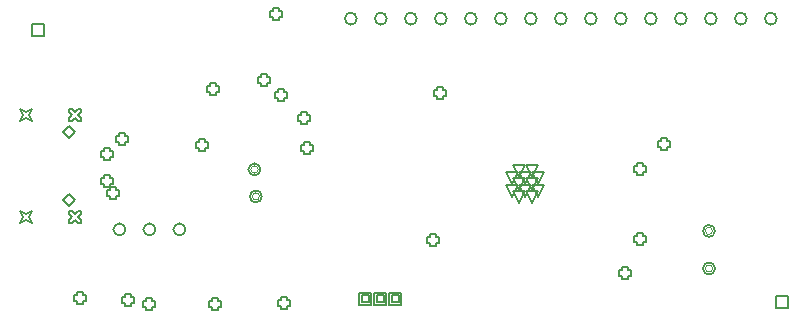
<source format=gbr>
%TF.GenerationSoftware,Altium Limited,Altium Designer,24.0.1 (36)*%
G04 Layer_Color=2752767*
%FSLAX45Y45*%
%MOMM*%
%TF.SameCoordinates,0E29F696-F137-483D-8A73-7D746D5A856F*%
%TF.FilePolarity,Positive*%
%TF.FileFunction,Drawing*%
%TF.Part,Single*%
G01*
G75*
%TA.AperFunction,NonConductor*%
%ADD40C,0.12700*%
%ADD43C,0.10160*%
%ADD87C,0.16933*%
D40*
X4586000Y1350200D02*
X4535200Y1451800D01*
X4636800D01*
X4586000Y1350200D01*
X4476000D02*
X4425200Y1451800D01*
X4526800D01*
X4476000Y1350200D01*
X4531000Y1405200D02*
X4480200Y1506800D01*
X4581800D01*
X4531000Y1405200D01*
X4421000D02*
X4370200Y1506800D01*
X4471800D01*
X4421000Y1405200D01*
X4531000Y1295200D02*
X4480200Y1396800D01*
X4581800D01*
X4531000Y1295200D01*
X4586000Y1240200D02*
X4535200Y1341800D01*
X4636800D01*
X4586000Y1240200D01*
X4476000D02*
X4425200Y1341800D01*
X4526800D01*
X4476000Y1240200D01*
X4421000Y1295200D02*
X4370200Y1396800D01*
X4471800D01*
X4421000Y1295200D01*
X4531000Y1185200D02*
X4480200Y1286800D01*
X4581800D01*
X4531000Y1185200D01*
X4366000Y1350200D02*
X4315200Y1451800D01*
X4416800D01*
X4366000Y1350200D01*
Y1240200D02*
X4315200Y1341800D01*
X4416800D01*
X4366000Y1240200D01*
X4421000Y1185200D02*
X4370200Y1286800D01*
X4471800D01*
X4421000Y1185200D01*
X3073400Y327485D02*
Y429085D01*
X3175000D01*
Y327485D01*
X3073400D01*
X3093720Y347805D02*
Y408765D01*
X3154680D01*
Y347805D01*
X3093720D01*
X3200400Y327485D02*
Y429085D01*
X3302000D01*
Y327485D01*
X3200400D01*
X3220720Y347805D02*
Y408765D01*
X3281680D01*
Y347805D01*
X3220720D01*
X3327400Y327485D02*
Y429085D01*
X3429000D01*
Y327485D01*
X3327400D01*
X3347720Y347805D02*
Y408765D01*
X3408680D01*
Y347805D01*
X3347720D01*
X567200Y1789000D02*
X618000Y1839800D01*
X668800Y1789000D01*
X618000Y1738200D01*
X567200Y1789000D01*
Y1211000D02*
X618000Y1261800D01*
X668800Y1211000D01*
X618000Y1160200D01*
X567200Y1211000D01*
X617200Y1017200D02*
X642600D01*
X668000Y1042600D01*
X693400Y1017200D01*
X718800D01*
Y1042600D01*
X693400Y1068000D01*
X718800Y1093400D01*
Y1118800D01*
X693400D01*
X668000Y1093400D01*
X642600Y1118800D01*
X617200D01*
Y1093400D01*
X642600Y1068000D01*
X617200Y1042600D01*
Y1017200D01*
Y1881200D02*
X642600D01*
X668000Y1906600D01*
X693400Y1881200D01*
X718800D01*
Y1906600D01*
X693400Y1932000D01*
X718800Y1957400D01*
Y1982800D01*
X693400D01*
X668000Y1957400D01*
X642600Y1982800D01*
X617200D01*
Y1957400D01*
X642600Y1932000D01*
X617200Y1906600D01*
Y1881200D01*
X199200Y1017200D02*
X224600Y1068000D01*
X199200Y1118800D01*
X250000Y1093400D01*
X300800Y1118800D01*
X275400Y1068000D01*
X300800Y1017200D01*
X250000Y1042600D01*
X199200Y1017200D01*
Y1881200D02*
X224600Y1932000D01*
X199200Y1982800D01*
X250000Y1957400D01*
X300800Y1982800D01*
X275400Y1932000D01*
X300800Y1881200D01*
X250000Y1906600D01*
X199200Y1881200D01*
X299200Y2599200D02*
Y2700800D01*
X400800D01*
Y2599200D01*
X299200D01*
X6599200Y299200D02*
Y400800D01*
X6700800D01*
Y299200D01*
X6599200D01*
X914400Y1346200D02*
Y1320800D01*
X965200D01*
Y1346200D01*
X990600D01*
Y1397000D01*
X965200D01*
Y1422400D01*
X914400D01*
Y1397000D01*
X889000D01*
Y1346200D01*
X914400D01*
Y1574800D02*
Y1549400D01*
X965200D01*
Y1574800D01*
X990600D01*
Y1625600D01*
X965200D01*
Y1651000D01*
X914400D01*
Y1625600D01*
X889000D01*
Y1574800D01*
X914400D01*
X2339340Y2763520D02*
Y2738120D01*
X2390140D01*
Y2763520D01*
X2415540D01*
Y2814320D01*
X2390140D01*
Y2839720D01*
X2339340D01*
Y2814320D01*
X2313940D01*
Y2763520D01*
X2339340D01*
X2578100Y1879600D02*
Y1854200D01*
X2628900D01*
Y1879600D01*
X2654300D01*
Y1930400D01*
X2628900D01*
Y1955800D01*
X2578100D01*
Y1930400D01*
X2552700D01*
Y1879600D01*
X2578100D01*
X5628640Y1666240D02*
Y1640840D01*
X5679440D01*
Y1666240D01*
X5704840D01*
Y1717040D01*
X5679440D01*
Y1742440D01*
X5628640D01*
Y1717040D01*
X5603240D01*
Y1666240D01*
X5628640D01*
X1092200Y340360D02*
Y314960D01*
X1143000D01*
Y340360D01*
X1168400D01*
Y391160D01*
X1143000D01*
Y416560D01*
X1092200D01*
Y391160D01*
X1066800D01*
Y340360D01*
X1092200D01*
X678300Y361414D02*
Y336014D01*
X729100D01*
Y361414D01*
X754500D01*
Y412214D01*
X729100D01*
Y437614D01*
X678300D01*
Y412214D01*
X652900D01*
Y361414D01*
X678300D01*
X1262500Y311480D02*
Y286080D01*
X1313300D01*
Y311480D01*
X1338700D01*
Y362280D01*
X1313300D01*
Y387680D01*
X1262500D01*
Y362280D01*
X1237100D01*
Y311480D01*
X1262500D01*
X1715080Y1658620D02*
Y1633220D01*
X1765880D01*
Y1658620D01*
X1791280D01*
Y1709420D01*
X1765880D01*
Y1734820D01*
X1715080D01*
Y1709420D01*
X1689680D01*
Y1658620D01*
X1715080D01*
X1811020Y2128520D02*
Y2103120D01*
X1861820D01*
Y2128520D01*
X1887220D01*
Y2179320D01*
X1861820D01*
Y2204720D01*
X1811020D01*
Y2179320D01*
X1785620D01*
Y2128520D01*
X1811020D01*
X2242820Y2207260D02*
Y2181860D01*
X2293620D01*
Y2207260D01*
X2319020D01*
Y2258060D01*
X2293620D01*
Y2283460D01*
X2242820D01*
Y2258060D01*
X2217420D01*
Y2207260D01*
X2242820D01*
X5293360Y571500D02*
Y546100D01*
X5344160D01*
Y571500D01*
X5369560D01*
Y622300D01*
X5344160D01*
Y647700D01*
X5293360D01*
Y622300D01*
X5267960D01*
Y571500D01*
X5293360D01*
X2600960Y1630680D02*
Y1605280D01*
X2651760D01*
Y1630680D01*
X2677160D01*
Y1681480D01*
X2651760D01*
Y1706880D01*
X2600960D01*
Y1681480D01*
X2575560D01*
Y1630680D01*
X2600960D01*
X3670300Y850900D02*
Y825500D01*
X3721100D01*
Y850900D01*
X3746500D01*
Y901700D01*
X3721100D01*
Y927100D01*
X3670300D01*
Y901700D01*
X3644900D01*
Y850900D01*
X3670300D01*
X5420360Y855980D02*
Y830580D01*
X5471160D01*
Y855980D01*
X5496560D01*
Y906780D01*
X5471160D01*
Y932180D01*
X5420360D01*
Y906780D01*
X5394960D01*
Y855980D01*
X5420360D01*
X5421600Y1450600D02*
Y1425200D01*
X5472400D01*
Y1450600D01*
X5497800D01*
Y1501400D01*
X5472400D01*
Y1526800D01*
X5421600D01*
Y1501400D01*
X5396200D01*
Y1450600D01*
X5421600D01*
X965200Y1244600D02*
Y1219200D01*
X1016000D01*
Y1244600D01*
X1041400D01*
Y1295400D01*
X1016000D01*
Y1320800D01*
X965200D01*
Y1295400D01*
X939800D01*
Y1244600D01*
X965200D01*
X3728720Y2095500D02*
Y2070100D01*
X3779520D01*
Y2095500D01*
X3804920D01*
Y2146300D01*
X3779520D01*
Y2171700D01*
X3728720D01*
Y2146300D01*
X3703320D01*
Y2095500D01*
X3728720D01*
X2405500Y317480D02*
Y292080D01*
X2456300D01*
Y317480D01*
X2481700D01*
Y368280D01*
X2456300D01*
Y393680D01*
X2405500D01*
Y368280D01*
X2380100D01*
Y317480D01*
X2405500D01*
X1821300Y311480D02*
Y286080D01*
X1872100D01*
Y311480D01*
X1897500D01*
Y362280D01*
X1872100D01*
Y387680D01*
X1821300D01*
Y362280D01*
X1795900D01*
Y311480D01*
X1821300D01*
X2379980Y2077720D02*
Y2052320D01*
X2430780D01*
Y2077720D01*
X2456180D01*
Y2128520D01*
X2430780D01*
Y2153920D01*
X2379980D01*
Y2128520D01*
X2354580D01*
Y2077720D01*
X2379980D01*
X1037880Y1709420D02*
Y1684020D01*
X1088680D01*
Y1709420D01*
X1114080D01*
Y1760220D01*
X1088680D01*
Y1785620D01*
X1037880D01*
Y1760220D01*
X1012480D01*
Y1709420D01*
X1037880D01*
D43*
X2214880Y1473200D02*
G03*
X2214880Y1473200I-30480J0D01*
G01*
X2226280Y1244600D02*
G03*
X2226280Y1244600I-30480J0D01*
G01*
X6062980Y635000D02*
G03*
X6062980Y635000I-30480J0D01*
G01*
Y952500D02*
G03*
X6062980Y952500I-30480J0D01*
G01*
D87*
X6606800Y2750000D02*
G03*
X6606800Y2750000I-50800J0D01*
G01*
X6352800D02*
G03*
X6352800Y2750000I-50800J0D01*
G01*
X4828800D02*
G03*
X4828800Y2750000I-50800J0D01*
G01*
X4574800D02*
G03*
X4574800Y2750000I-50800J0D01*
G01*
X4320800D02*
G03*
X4320800Y2750000I-50800J0D01*
G01*
X4066800D02*
G03*
X4066800Y2750000I-50800J0D01*
G01*
X3050800D02*
G03*
X3050800Y2750000I-50800J0D01*
G01*
X3304800D02*
G03*
X3304800Y2750000I-50800J0D01*
G01*
X3558800D02*
G03*
X3558800Y2750000I-50800J0D01*
G01*
X3812800D02*
G03*
X3812800Y2750000I-50800J0D01*
G01*
X5082800D02*
G03*
X5082800Y2750000I-50800J0D01*
G01*
X5336800D02*
G03*
X5336800Y2750000I-50800J0D01*
G01*
X5590800D02*
G03*
X5590800Y2750000I-50800J0D01*
G01*
X5844800D02*
G03*
X5844800Y2750000I-50800J0D01*
G01*
X6098800D02*
G03*
X6098800Y2750000I-50800J0D01*
G01*
X1092200Y965200D02*
G03*
X1092200Y965200I-50800J0D01*
G01*
X1346200D02*
G03*
X1346200Y965200I-50800J0D01*
G01*
X1600200D02*
G03*
X1600200Y965200I-50800J0D01*
G01*
X2235200Y1473200D02*
G03*
X2235200Y1473200I-50800J0D01*
G01*
X2246600Y1244600D02*
G03*
X2246600Y1244600I-50800J0D01*
G01*
X6083300Y635000D02*
G03*
X6083300Y635000I-50800J0D01*
G01*
Y952500D02*
G03*
X6083300Y952500I-50800J0D01*
G01*
%TF.MD5,b74ec2d855980eda5339f09cd85c7257*%
M02*

</source>
